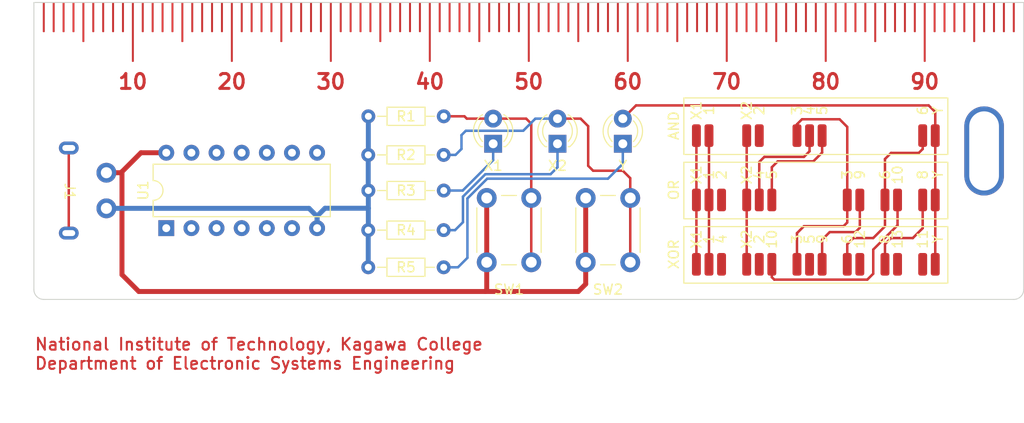
<source format=kicad_pcb>
(kicad_pcb (version 20211014) (generator pcbnew)
  (layers (0 "F.Cu" signal) (31 "B.Cu" signal) (34 "B.Paste" user) (35 "F.Paste" user) (36 "B.SilkS" user "B.Silkscreen") (37 "F.SilkS" user "F.Silkscreen") (38 "B.Mask" user) (39 "F.Mask" user) (44 "Edge.Cuts" user))
  (net 0 "")
  (net 1 "/X1")
  (net 2 "GND")
  (net 3 "/74HC00-1")
  (net 4 "Net-(D1-Pad1)")
  (net 5 "Net-(D2-Pad1)")
  (net 6 "Net-(D3-Pad1)")
  (net 7 "/74HC00-4")
  (net 8 "/X2")
  (net 9 "/74HC00-2")
  (net 10 "/74HC00-10")
  (net 11 "+5V")
  (net 12 "unconnected-(J1-PadS1)")
  (net 13 "/74HC00-3")
  (net 14 "/74HC00-5")
  (net 15 "/74HC00-9")
  (net 16 "/74HC00-6")
  (net 17 "/74HC00-12")
  (net 18 "/74HC00-8")
  (net 19 "/74HC00-13")
  (net 20 "/74HC00-11")
  (net 21 "/Y")
  (footprint "simpleLogicCircuit:USB-C-A295-CTRPB-1" (layer "F.Cu") (at 31.925 56 -90)
    (fp_text reference "J1" (at 0.1 -3.7 -90 unlocked) (layer "F.SilkS"))
    (fp_text value "USB_C_Receptacle_PowerOnly_6P")
    (pad "A9" thru_hole circle (at -1.8 -7.4 270) (size 2 2) (drill 1.12) (layers *.Cu *.Mask) (net 11 "+5V"))
    (pad "A12" thru_hole circle (at 1.8 -7.4 270) (size 2 2) (drill 1.12) (layers *.Cu *.Mask) (net 2 "GND"))
    (pad "S1" thru_hole oval (at -4.3 -3.6 270) (size 1.3 2) (drill oval 0.6 1.3) (layers *.Cu *.Mask) (net 12 "unconnected-(J1-PadS1)"))
    (pad "S1" thru_hole oval (at 4.3 -3.6 270) (size 1.3 2) (drill oval 0.6 1.3) (layers *.Cu *.Mask) (net 12 "unconnected-(J1-PadS1)"))
  )
  (footprint "LED_THT:LED_D3.0mm" (layer "F.Cu") (at 91.5 51.275 90)
    (fp_text reference "Y" (at -2.225 0) (layer "F.SilkS"))
    (fp_text value "LED")
    (fp_line (start -0.29 -1.236) (end -0.29 -1.08) (layer "F.SilkS") (width 0.12))
    (fp_line (start -0.29 1.08) (end -0.29 1.236) (layer "F.SilkS") (width 0.12))
    (fp_arc (start 0.229039 -1.08) (mid 1.270117 -1.5) (end 2.31113 -1.079837) (layer "F.SilkS") (width 0.12))
    (fp_arc (start -0.29 -1.235516) (mid 1.366487 -1.987659) (end 2.942335 -1.078608) (layer "F.SilkS") (width 0.12))
    (fp_arc (start 2.31113 1.079837) (mid 1.270117 1.5) (end 0.229039 1.08) (layer "F.SilkS") (width 0.12))
    (fp_arc (start 2.942335 1.078608) (mid 1.366487 1.987659) (end -0.29 1.235516) (layer "F.SilkS") (width 0.12))
    (pad "1" thru_hole rect (at 0 0 90) (size 1.8 1.8) (drill 0.9) (layers *.Cu *.Mask) (net 6 "Net-(D3-Pad1)"))
    (pad "2" thru_hole circle (at 2.54 0 90) (size 1.8 1.8) (drill 0.9) (layers *.Cu *.Mask) (net 21 "/Y"))
  )
  (footprint "simpleLogicCircuit:pads_of_or" (layer "F.Cu") (at 98.935 56.9525)
    (fp_text reference "OR" (at -2.286 -1.016 90 unlocked) (layer "F.SilkS"))
    (fp_text value "Pads_OR")
    (fp_text user "Y" (at 24.384 -2.54 90 unlocked) (layer "F.SilkS"))
    (fp_text user "9" (at 16.51 -2.54 90 unlocked) (layer "F.SilkS"))
    (fp_text user "6" (at 19.05 -2.54 90 unlocked) (layer "F.SilkS"))
    (fp_text user "8" (at 22.86 -2.54 90 unlocked) (layer "F.SilkS"))
    (fp_text user "4" (at 6.35 -2.54 90 unlocked) (layer "F.SilkS"))
    (fp_text user "3" (at 15.24 -2.54 90 unlocked) (layer "F.SilkS"))
    (fp_text user "X1" (at 0 -2.54 90 unlocked) (layer "F.SilkS"))
    (fp_text user "1" (at 1.27 -2.54 90 unlocked) (layer "F.SilkS"))
    (fp_text user "2" (at 2.54 -2.54 90 unlocked) (layer "F.SilkS"))
    (fp_text user "5" (at 7.62 -2.54 90 unlocked) (layer "F.SilkS"))
    (fp_text user "10" (at 20.32 -2.54 90 unlocked) (layer "F.SilkS"))
    (fp_text user "X2" (at 5.08 -2.54 90 unlocked) (layer "F.SilkS"))
    (fp_rect (start -1.27 -3.81) (end 25.4 1.905) (layer "F.SilkS") (width 0.12) (fill none))
    (pad "1" smd roundrect (at 0 0) (size 0.9 2.286) (layers "F.Cu" "F.Paste" "F.Mask") (net 1 "/X1"))
    (pad "2" smd roundrect (at 1.27 0) (size 0.9 2.286) (layers "F.Cu" "F.Paste" "F.Mask") (net 3 "/74HC00-1"))
    (pad "3" smd roundrect (at 2.54 0) (size 0.9 2.286) (layers "F.Cu" "F.Paste" "F.Mask") (net 9 "/74HC00-2"))
    (pad "4" smd roundrect (at 5.08 0) (size 0.9 2.286) (layers "F.Cu" "F.Paste" "F.Mask") (net 8 "/X2"))
    (pad "5" smd roundrect (at 6.35 0) (size 0.9 2.286) (layers "F.Cu" "F.Paste" "F.Mask") (net 7 "/74HC00-4"))
    (pad "6" smd roundrect (at 7.62 0) (size 0.9 2.286) (layers "F.Cu" "F.Paste" "F.Mask") (net 14 "/74HC00-5"))
    (pad "7" smd roundrect (at 15.24 0) (size 0.9 2.286) (layers "F.Cu" "F.Paste" "F.Mask") (net 13 "/74HC00-3"))
    (pad "8" smd roundrect (at 16.51 0) (size 0.9 2.286) (layers "F.Cu" "F.Paste" "F.Mask") (net 15 "/74HC00-9"))
    (pad "9" smd roundrect (at 19.05 0) (size 0.9 2.286) (layers "F.Cu" "F.Paste" "F.Mask") (net 16 "/74HC00-6"))
    (pad "10" smd roundrect (at 20.32 0) (size 0.9 2.286) (layers "F.Cu" "F.Paste" "F.Mask") (net 10 "/74HC00-10"))
    (pad "11" smd roundrect (at 22.86 0) (size 0.9 2.286) (layers "F.Cu" "F.Paste" "F.Mask") (net 18 "/74HC00-8"))
    (pad "12" smd roundrect (at 24.13 0) (size 0.9 2.286) (layers "F.Cu" "F.Paste" "F.Mask") (net 21 "/Y"))
  )
  (footprint "simpleLogicCircuit:pads_of_xor" (layer "F.Cu") (at 98.935 63.4525)
    (fp_text reference "XOR" (at -2.286 -1.016 90 unlocked) (layer "F.SilkS"))
    (fp_text value "Pads_XOR")
    (fp_text user "2" (at 6.35 -2.54 90 unlocked) (layer "F.SilkS"))
    (fp_text user "12" (at 16.51 -2.54 90 unlocked) (layer "F.SilkS"))
    (fp_text user "9" (at 12.7 -2.54 90 unlocked) (layer "F.SilkS"))
    (fp_text user "5" (at 11.43 -2.54 90 unlocked) (layer "F.SilkS"))
    (fp_text user "1" (at 1.27 -2.54 90 unlocked) (layer "F.SilkS"))
    (fp_text user "6" (at 15.24 -2.54 90 unlocked) (layer "F.SilkS"))
    (fp_text user "11" (at 22.86 -2.54 90 unlocked) (layer "F.SilkS"))
    (fp_text user "8" (at 19.05 -2.54 90 unlocked) (layer "F.SilkS"))
    (fp_text user "10" (at 7.62 -2.54 90 unlocked) (layer "F.SilkS"))
    (fp_text user "3" (at 10.16 -2.54 90 unlocked) (layer "F.SilkS"))
    (fp_text user "Y" (at 24.384 -2.54 90 unlocked) (layer "F.SilkS"))
    (fp_text user "X1" (at 0 -2.54 90 unlocked) (layer "F.SilkS"))
    (fp_text user "13" (at 20.32 -2.54 90 unlocked) (layer "F.SilkS"))
    (fp_text user "X2" (at 5.08 -2.54 90 unlocked) (layer "F.SilkS"))
    (fp_text user "4" (at 2.54 -2.54 90 unlocked) (layer "F.SilkS"))
    (fp_rect (start -1.27 -3.81) (end 25.4 1.905) (layer "F.SilkS") (width 0.12) (fill none))
    (pad "1" smd roundrect (at 0 0) (size 0.9 2.286) (layers "F.Cu" "F.Paste" "F.Mask") (net 1 "/X1"))
    (pad "2" smd roundrect (at 1.27 0) (size 0.9 2.286) (layers "F.Cu" "F.Paste" "F.Mask") (net 3 "/74HC00-1"))
    (pad "3" smd roundrect (at 2.54 0) (size 0.9 2.286) (layers "F.Cu" "F.Paste" "F.Mask") (net 7 "/74HC00-4"))
    (pad "4" smd roundrect (at 5.08 0) (size 0.9 2.286) (layers "F.Cu" "F.Paste" "F.Mask") (net 8 "/X2"))
    (pad "5" smd roundrect (at 6.35 0) (size 0.9 2.286) (layers "F.Cu" "F.Paste" "F.Mask") (net 9 "/74HC00-2"))
    (pad "6" smd roundrect (at 7.62 0) (size 0.9 2.286) (layers "F.Cu" "F.Paste" "F.Mask") (net 10 "/74HC00-10"))
    (pad "7" smd roundrect (at 10.16 0) (size 0.9 2.286) (layers "F.Cu" "F.Paste" "F.Mask") (net 13 "/74HC00-3"))
    (pad "8" smd roundrect (at 11.43 0) (size 0.9 2.286) (layers "F.Cu" "F.Paste" "F.Mask") (net 14 "/74HC00-5"))
    (pad "9" smd roundrect (at 12.7 0) (size 0.9 2.286) (layers "F.Cu" "F.Paste" "F.Mask") (net 15 "/74HC00-9"))
    (pad "10" smd roundrect (at 15.24 0) (size 0.9 2.286) (layers "F.Cu" "F.Paste" "F.Mask") (net 16 "/74HC00-6"))
    (pad "11" smd roundrect (at 16.51 0) (size 0.9 2.286) (layers "F.Cu" "F.Paste" "F.Mask") (net 17 "/74HC00-12"))
    (pad "12" smd roundrect (at 19.05 0) (size 0.9 2.286) (layers "F.Cu" "F.Paste" "F.Mask") (net 18 "/74HC00-8"))
    (pad "13" smd roundrect (at 20.32 0) (size 0.9 2.286) (layers "F.Cu" "F.Paste" "F.Mask") (net 19 "/74HC00-13"))
    (pad "14" smd roundrect (at 22.86 0) (size 0.9 2.286) (layers "F.Cu" "F.Paste" "F.Mask") (net 20 "/74HC00-11"))
    (pad "15" smd roundrect (at 24.13 0) (size 0.9 2.286) (layers "F.Cu" "F.Paste" "F.Mask") (net 21 "/Y"))
  )
  (footprint "Resistor_THT:R_Axial_DIN0204_L3.6mm_D1.6mm_P7.62mm_Horizontal" (layer "F.Cu") (at 73.41 56 180)
    (fp_text reference "R3" (at 3.81 0) (layer "F.SilkS"))
    (fp_text value "R")
    (fp_line (start 5.73 -0.92) (end 1.89 -0.92) (layer "F.SilkS") (width 0.12))
    (fp_line (start 0.94 0) (end 1.89 0) (layer "F.SilkS") (width 0.12))
    (fp_line (start 1.89 -0.92) (end 1.89 0.92) (layer "F.SilkS") (width 0.12))
    (fp_line (start 1.89 0.92) (end 5.73 0.92) (layer "F.SilkS") (width 0.12))
    (fp_line (start 5.73 0.92) (end 5.73 -0.92) (layer "F.SilkS") (width 0.12))
    (fp_line (start 6.68 0) (end 5.73 0) (layer "F.SilkS") (width 0.12))
    (pad "1" thru_hole circle (at 0 0 180) (size 1.4 1.4) (drill 0.7) (layers *.Cu *.Mask) (net 4 "Net-(D1-Pad1)"))
    (pad "2" thru_hole oval (at 7.62 0 180) (size 1.4 1.4) (drill 0.7) (layers *.Cu *.Mask) (net 2 "GND"))
  )
  (footprint "simpleLogicCircuit:ruler_10cm" (layer "F.Cu") (at 32 37)
    (fp_text reference "REF**" hide)
    (fp_text value "ruler_10cm")
    (fp_text user "20" (at 20 8 unlocked) (layer "F.Cu") (effects (font (size 1.5 1.5) (thickness 0.3))))
    (fp_text user "60" (at 60 8 unlocked) (layer "F.Cu") (effects (font (size 1.5 1.5) (thickness 0.3))))
    (fp_text user "50" (at 50 8 unlocked) (layer "F.Cu") (effects (font (size 1.5 1.5) (thickness 0.3))))
    (fp_text user "80" (at 80 8 unlocked) (layer "F.Cu") (effects (font (size 1.5 1.5) (thickness 0.3))))
    (fp_text user "90" (at 90 8 unlocked) (layer "F.Cu") (effects (font (size 1.5 1.5) (thickness 0.3))))
    (fp_text user "30" (at 30 8 unlocked) (layer "F.Cu") (effects (font (size 1.5 1.5) (thickness 0.3))))
    (fp_text user "10" (at 10 8 unlocked) (layer "F.Cu") (effects (font (size 1.5 1.5) (thickness 0.3))))
    (fp_text user "70" (at 70 8 unlocked) (layer "F.Cu") (effects (font (size 1.5 1.5) (thickness 0.3))))
    (fp_text user "40" (at 40 8 unlocked) (layer "F.Cu") (effects (font (size 1.5 1.5) (thickness 0.3))))
    (pad "4" smd roundrect (at 10 3) (size 0.2 6) (layers "F.Cu" "F.Paste" "F.Mask"))
    (pad "5" smd roundrect (at 20 3) (size 0.2 6) (layers "F.Cu" "F.Paste" "F.Mask"))
    (pad "6" smd roundrect (at 30 3) (size 0.2 6) (layers "F.Cu" "F.Paste" "F.Mask"))
    (pad "7" smd roundrect (at 40 3) (size 0.2 6) (layers "F.Cu" "F.Paste" "F.Mask"))
    (pad "8" smd roundrect (at 50 3) (size 0.2 6) (layers "F.Cu" "F.Paste" "F.Mask"))
    (pad "9" smd roundrect (at 60 3) (size 0.2 6) (layers "F.Cu" "F.Paste" "F.Mask"))
    (pad "10" smd roundrect (at 70 3) (size 0.2 6) (layers "F.Cu" "F.Paste" "F.Mask"))
    (pad "11" smd roundrect (at 80 3) (size 0.2 6) (layers "F.Cu" "F.Paste" "F.Mask"))
    (pad "12" smd roundrect (at 90 3) (size 0.2 6) (layers "F.Cu" "F.Paste" "F.Mask"))
    (pad "13" smd roundrect (at 5 2) (size 0.2 4) (layers "F.Cu" "F.Paste" "F.Mask"))
    (pad "14" smd roundrect (at 15 2) (size 0.2 4) (layers "F.Cu" "F.Paste" "F.Mask"))
    (pad "15" smd roundrect (at 25 2) (size 0.2 4) (layers "F.Cu" "F.Paste" "F.Mask"))
    (pad "16" smd roundrect (at 35 2) (size 0.2 4) (layers "F.Cu" "F.Paste" "F.Mask"))
    (pad "17" smd roundrect (at 45 2) (size 0.2 4) (layers "F.Cu" "F.Paste" "F.Mask"))
    (pad "18" smd roundrect (at 55 2) (size 0.2 4) (layers "F.Cu" "F.Paste" "F.Mask"))
    (pad "19" smd roundrect (at 65 2) (size 0.2 4) (layers "F.Cu" "F.Paste" "F.Mask"))
    (pad "20" smd roundrect (at 75 2) (size 0.2 4) (layers "F.Cu" "F.Paste" "F.Mask"))
    (pad "21" smd roundrect (at 85 2) (size 0.2 4) (layers "F.Cu" "F.Paste" "F.Mask"))
    (pad "22" smd roundrect (at 95 2) (size 0.2 4) (layers "F.Cu" "F.Paste" "F.Mask"))
    (pad "23" smd roundrect (at 4 1.5) (size 0.2 3) (layers "F.Cu" "F.Paste" "F.Mask"))
    (pad "24" smd roundrect (at 3 1.5) (size 0.2 3) (layers "F.Cu" "F.Paste" "F.Mask"))
    (pad "25" smd roundrect (at 2 1.5) (size 0.2 3) (layers "F.Cu" "F.Paste" "F.Mask"))
    (pad "26" smd roundrect (at 1 1.5) (size 0.2 3) (layers "F.Cu" "F.Paste" "F.Mask"))
    (pad "27" smd roundrect (at 6 1.5) (size 0.2 3) (layers "F.Cu" "F.Paste" "F.Mask"))
    (pad "28" smd roundrect (at 7 1.5) (size 0.2 3) (layers "F.Cu" "F.Paste" "F.Mask"))
    (pad "29" smd roundrect (at 8 1.5) (size 0.2 3) (layers "F.Cu" "F.Paste" "F.Mask"))
    (pad "30" smd roundrect (at 9 1.5) (size 0.2 3) (layers "F.Cu" "F.Paste" "F.Mask"))
    (pad "31" smd roundrect (at 11 1.5) (size 0.2 3) (layers "F.Cu" "F.Paste" "F.Mask"))
    (pad "32" smd roundrect (at 12 1.5) (size 0.2 3) (layers "F.Cu" "F.Paste" "F.Mask"))
    (pad "33" smd roundrect (at 13 1.5) (size 0.2 3) (layers "F.Cu" "F.Paste" "F.Mask"))
    (pad "34" smd roundrect (at 14 1.5) (size 0.2 3) (layers "F.Cu" "F.Paste" "F.Mask"))
    (pad "35" smd roundrect (at 16 1.5) (size 0.2 3) (layers "F.Cu" "F.Paste" "F.Mask"))
    (pad "36" smd roundrect (at 17 1.5) (size 0.2 3) (layers "F.Cu" "F.Paste" "F.Mask"))
    (pad "37" smd roundrect (at 18 1.5) (size 0.2 3) (layers "F.Cu" "F.Paste" "F.Mask"))
    (pad "38" smd roundrect (at 19 1.5) (size 0.2 3) (layers "F.Cu" "F.Paste" "F.Mask"))
    (pad "39" smd roundrect (at 21 1.5) (size 0.2 3) (layers "F.Cu" "F.Paste" "F.Mask"))
    (pad "40" smd roundrect (at 22 1.5) (size 0.2 3) (layers "F.Cu" "F.Paste" "F.Mask"))
    (pad "41" smd roundrect (at 23 1.5) (size 0.2 3) (layers "F.Cu" "F.Paste" "F.Mask"))
    (pad "42" smd roundrect (at 24 1.5) (size 0.2 3) (layers "F.Cu" "F.Paste" "F.Mask"))
    (pad "43" smd roundrect (at 26 1.5) (size 0.2 3) (layers "F.Cu" "F.Paste" "F.Mask"))
    (pad "44" smd roundrect (at 27 1.5) (size 0.2 3) (layers "F.Cu" "F.Paste" "F.Mask"))
    (pad "45" smd roundrect (at 28 1.5) (size 0.2 3) (layers "F.Cu" "F.Paste" "F.Mask"))
    (pad "46" smd roundrect (at 29 1.5) (size 0.2 3) (layers "F.Cu" "F.Paste" "F.Mask"))
    (pad "47" smd roundrect (at 31 1.5) (size 0.2 3) (layers "F.Cu" "F.Paste" "F.Mask"))
    (pad "48" smd roundrect (at 32 1.5) (size 0.2 3) (layers "F.Cu" "F.Paste" "F.Mask"))
    (pad "49" smd roundrect (at 33 1.5) (size 0.2 3) (layers "F.Cu" "F.Paste" "F.Mask"))
    (pad "50" smd roundrect (at 34 1.5) (size 0.2 3) (layers "F.Cu" "F.Paste" "F.Mask"))
    (pad "51" smd roundrect (at 36 1.5) (size 0.2 3) (layers "F.Cu" "F.Paste" "F.Mask"))
    (pad "52" smd roundrect (at 37 1.5) (size 0.2 3) (layers "F.Cu" "F.Paste" "F.Mask"))
    (pad "53" smd roundrect (at 38 1.5) (size 0.2 3) (layers "F.Cu" "F.Paste" "F.Mask"))
    (pad "54" smd roundrect (at 39 1.5) (size 0.2 3) (layers "F.Cu" "F.Paste" "F.Mask"))
    (pad "55" smd roundrect (at 41 1.5) (size 0.2 3) (layers "F.Cu" "F.Paste" "F.Mask"))
    (pad "56" smd roundrect (at 42 1.5) (size 0.2 3) (layers "F.Cu" "F.Paste" "F.Mask"))
    (pad "57" smd roundrect (at 43 1.5) (size 0.2 3) (layers "F.Cu" "F.Paste" "F.Mask"))
    (pad "58" smd roundrect (at 44 1.5) (size 0.2 3) (layers "F.Cu" "F.Paste" "F.Mask"))
    (pad "59" smd roundrect (at 46 1.5) (size 0.2 3) (layers "F.Cu" "F.Paste" "F.Mask"))
    (pad "60" smd roundrect (at 47 1.5) (size 0.2 3) (layers "F.Cu" "F.Paste" "F.Mask"))
    (pad "61" smd roundrect (at 48 1.5) (size 0.2 3) (layers "F.Cu" "F.Paste" "F.Mask"))
    (pad "62" smd roundrect (at 49 1.5) (size 0.2 3) (layers "F.Cu" "F.Paste" "F.Mask"))
    (pad "63" smd roundrect (at 51 1.5) (size 0.2 3) (layers "F.Cu" "F.Paste" "F.Mask"))
    (pad "64" smd roundrect (at 52 1.5) (size 0.2 3) (layers "F.Cu" "F.Paste" "F.Mask"))
    (pad "65" smd roundrect (at 53 1.5) (size 0.2 3) (layers "F.Cu" "F.Paste" "F.Mask"))
    (pad "66" smd roundrect (at 54 1.5) (size 0.2 3) (layers "F.Cu" "F.Paste" "F.Mask"))
    (pad "67" smd roundrect (at 56 1.5) (size 0.2 3) (layers "F.Cu" "F.Paste" "F.Mask"))
    (pad "68" smd roundrect (at 57 1.5) (size 0.2 3) (layers "F.Cu" "F.Paste" "F.Mask"))
    (pad "69" smd roundrect (at 58 1.5) (size 0.2 3) (layers "F.Cu" "F.Paste" "F.Mask"))
    (pad "70" smd roundrect (at 59 1.5) (size 0.2 3) (layers "F.Cu" "F.Paste" "F.Mask"))
    (pad "71" smd roundrect (at 61 1.5) (size 0.2 3) (layers "F.Cu" "F.Paste" "F.Mask"))
    (pad "73" smd roundrect (at 62 1.5) (size 0.2 3) (layers "F.Cu" "F.Paste" "F.Mask"))
    (pad "74" smd roundrect (at 63 1.5) (size 0.2 3) (layers "F.Cu" "F.Paste" "F.Mask"))
    (pad "75" smd roundrect (at 64 1.5) (size 0.2 3) (layers "F.Cu" "F.Paste" "F.Mask"))
    (pad "76" smd roundrect (at 66 1.5) (size 0.2 3) (layers "F.Cu" "F.Paste" "F.Mask"))
    (pad "77" smd roundrect (at 67 1.5) (size 0.2 3) (layers "F.Cu" "F.Paste" "F.Mask"))
    (pad "78" smd roundrect (at 68 1.5) (size 0.2 3) (layers "F.Cu" "F.Paste" "F.Mask"))
    (pad "79" smd roundrect (at 69 1.5) (size 0.2 3) (layers "F.Cu" "F.Paste" "F.Mask"))
    (pad "80" smd roundrect (at 71 1.5) (size 0.2 3) (layers "F.Cu" "F.Paste" "F.Mask"))
    (pad "81" smd roundrect (at 72 1.5) (size 0.2 3) (layers "F.Cu" "F.Paste" "F.Mask"))
    (pad "82" smd roundrect (at 73 1.5) (size 0.2 3) (layers "F.Cu" "F.Paste" "F.Mask"))
    (pad "83" smd roundrect (at 74 1.5) (size 0.2 3) (layers "F.Cu" "F.Paste" "F.Mask"))
    (pad "84" smd roundrect (at 76 1.5) (size 0.2 3) (layers "F.Cu" "F.Paste" "F.Mask"))
    (pad "85" smd roundrect (at 77 1.5) (size 0.2 3) (layers "F.Cu" "F.Paste" "F.Mask"))
    (pad "86" smd roundrect (at 78 1.5) (size 0.2 3) (layers "F.Cu" "F.Paste" "F.Mask"))
    (pad "87" smd roundrect (at 79 1.5) (size 0.2 3) (layers "F.Cu" "F.Paste" "F.Mask"))
    (pad "88" smd roundrect (at 81 1.5) (size 0.2 3) (layers "F.Cu" "F.Paste" "F.Mask"))
    (pad "89" smd roundrect (at 82 1.5) (size 0.2 3) (layers "F.Cu" "F.Paste" "F.Mask"))
    (pad "90" smd roundrect (at 83 1.5) (size 0.2 3) (layers "F.Cu" "F.Paste" "F.Mask"))
    (pad "91" smd roundrect (at 84 1.5) (size 0.2 3) (layers "F.Cu" "F.Paste" "F.Mask"))
    (pad "92" smd roundrect (at 86 1.5) (size 0.2 3) (layers "F.Cu" "F.Paste" "F.Mask"))
    (pad "93" smd roundrect (at 87 1.5) (size 0.2 3) (layers "F.Cu" "F.Paste" "F.Mask"))
    (pad "94" smd roundrect (at 88 1.5) (size 0.2 3) (layers "F.Cu" "F.Paste" "F.Mask"))
    (pad "95" smd roundrect (at 89 1.5) (size 0.2 3) (layers "F.Cu" "F.Paste" "F.Mask"))
    (pad "96" smd roundrect (at 91 1.5) (size 0.2 3) (layers "F.Cu" "F.Paste" "F.Mask"))
    (pad "97" smd roundrect (at 92 1.5) (size 0.2 3) (layers "F.Cu" "F.Paste" "F.Mask"))
    (pad "98" smd roundrect (at 93 1.5) (size 0.2 3) (layers "F.Cu" "F.Paste" "F.Mask"))
    (pad "99" smd roundrect (at 94 1.5) (size 0.2 3) (layers "F.Cu" "F.Paste" "F.Mask"))
    (pad "100" smd roundrect (at 96 1.5) (size 0.2 3) (layers "F.Cu" "F.Paste" "F.Mask"))
    (pad "101" smd roundrect (at 97 1.5) (size 0.2 3) (layers "F.Cu" "F.Paste" "F.Mask"))
    (pad "102" smd roundrect (at 98 1.5) (size 0.2 3) (layers "F.Cu" "F.Paste" "F.Mask"))
    (pad "103" smd roundrect (at 99 1.5) (size 0.2 3) (layers "F.Cu" "F.Paste" "F.Mask"))
  )
  (footprint "Resistor_THT:R_Axial_DIN0204_L3.6mm_D1.6mm_P7.62mm_Horizontal" (layer "F.Cu") (at 73.4 52.4 180)
    (fp_text reference "R2" (at 3.81 0) (layer "F.SilkS"))
    (fp_text value "10k")
    (fp_line (start 5.73 -0.92) (end 1.89 -0.92) (layer "F.SilkS") (width 0.12))
    (fp_line (start 6.68 0) (end 5.73 0) (layer "F.SilkS") (width 0.12))
    (fp_line (start 1.89 0.92) (end 5.73 0.92) (layer "F.SilkS") (width 0.12))
    (fp_line (start 5.73 0.92) (end 5.73 -0.92) (layer "F.SilkS") (width 0.12))
    (fp_line (start 0.94 0) (end 1.89 0) (layer "F.SilkS") (width 0.12))
    (fp_line (start 1.89 -0.92) (end 1.89 0.92) (layer "F.SilkS") (width 0.12))
    (pad "1" thru_hole circle (at 0 0 180) (size 1.4 1.4) (drill 0.7) (layers *.Cu *.Mask) (net 8 "/X2"))
    (pad "2" thru_hole oval (at 7.62 0 180) (size 1.4 1.4) (drill 0.7) (layers *.Cu *.Mask) (net 2 "GND"))
  )
  (footprint "Package_DIP:DIP-14_W7.62mm" (layer "F.Cu") (at 45.375 59.8 90)
    (fp_text reference "U1" (at 3.81 -2.33 90) (layer "F.SilkS"))
    (fp_text value "74HC00")
    (fp_line (start 6.46 16.57) (end 6.46 -1.33) (layer "F.SilkS") (width 0.12))
    (fp_line (start 1.16 16.57) (end 6.46 16.57) (layer "F.SilkS") (width 0.12))
    (fp_line (start 1.16 -1.33) (end 1.16 16.57) (layer "F.SilkS") (width 0.12))
    (fp_line (start 2.81 -1.33) (end 1.16 -1.33) (layer "F.SilkS") (width 0.12))
    (fp_line (start 6.46 -1.33) (end 4.81 -1.33) (layer "F.SilkS") (width 0.12))
    (fp_arc (start 4.81 -1.33) (mid 3.81 -0.33) (end 2.81 -1.33) (layer "F.SilkS") (width 0.12))
    (pad "1" thru_hole rect (at 0 0 90) (size 1.6 1.6) (drill 0.8) (layers *.Cu *.Mask) (net 3 "/74HC00-1"))
    (pad "2" thru_hole oval (at 0 2.54 90) (size 1.6 1.6) (drill 0.8) (layers *.Cu *.Mask) (net 9 "/74HC00-2"))
    (pad "3" thru_hole oval (at 0 5.08 90) (size 1.6 1.6) (drill 0.8) (layers *.Cu *.Mask) (net 13 "/74HC00-3"))
    (pad "4" thru_hole oval (at 0 7.62 90) (size 1.6 1.6) (drill 0.8) (layers *.Cu *.Mask) (net 7 "/74HC00-4"))
    (pad "5" thru_hole oval (at 0 10.16 90) (size 1.6 1.6) (drill 0.8) (layers *.Cu *.Mask) (net 14 "/74HC00-5"))
    (pad "6" thru_hole oval (at 0 12.7 90) (size 1.6 1.6) (drill 0.8) (layers *.Cu *.Mask) (net 16 "/74HC00-6"))
    (pad "7" thru_hole oval (at 0 15.24 90) (size 1.6 1.6) (drill 0.8) (layers *.Cu *.Mask) (net 2 "GND"))
    (pad "8" thru_hole oval (at 7.62 15.24 90) (size 1.6 1.6) (drill 0.8) (layers *.Cu *.Mask) (net 18 "/74HC00-8"))
    (pad "9" thru_hole oval (at 7.62 12.7 90) (size 1.6 1.6) (drill 0.8) (layers *.Cu *.Mask) (net 15 "/74HC00-9"))
    (pad "10" thru_hole oval (at 7.62 10.16 90) (size 1.6 1.6) (drill 0.8) (layers *.Cu *.Mask) (net 10 "/74HC00-10"))
    (pad "11" thru_hole oval (at 7.62 7.62 90) (size 1.6 1.6) (drill 0.8) (layers *.Cu *.Mask) (net 20 "/74HC00-11"))
    (pad "12" thru_hole oval (at 7.62 5.08 90) (size 1.6 1.6) (drill 0.8) (layers *.Cu *.Mask) (net 17 "/74HC00-12"))
    (pad "13" thru_hole oval (at 7.62 2.54 90) (size 1.6 1.6) (drill 0.8) (layers *.Cu *.Mask) (net 19 "/74HC00-13"))
    (pad "14" thru_hole oval (at 7.62 0 90) (size 1.6 1.6) (drill 0.8) (layers *.Cu *.Mask) (net 11 "+5V"))
  )
  (footprint "Button_Switch_THT:SW_PUSH_6mm" (layer "F.Cu") (at 77.75 63.25 90)
    (fp_text reference "SW1" (at -2.75 2.25 180) (layer "F.SilkS"))
    (fp_text value "SW_Push")
    (fp_line (start 1 5.5) (end 5.5 5.5) (layer "F.SilkS") (width 0.12))
    (fp_line (start 5.5 -1) (end 1 -1) (layer "F.SilkS") (width 0.12))
    (fp_line (start 6.75 3) (end 6.75 1.5) (layer "F.SilkS") (width 0.12))
    (fp_line (start -0.25 1.5) (end -0.25 3) (layer "F.SilkS") (width 0.12))
    (pad "1" thru_hole circle (at 0 0 180) (size 2 2) (drill 1.1) (layers *.Cu *.Mask) (net 11 "+5V"))
    (pad "1" thru_hole circle (at 6.5 0 180) (size 2 2) (drill 1.1) (layers *.Cu *.Mask) (net 11 "+5V"))
    (pad "2" thru_hole circle (at 6.5 4.5 180) (size 2 2) (drill 1.1) (layers *.Cu *.Mask) (net 1 "/X1"))
    (pad "2" thru_hole circle (at 0 4.5 180) (size 2 2) (drill 1.1) (layers *.Cu *.Mask) (net 1 "/X1"))
  )
  (footprint "Resistor_THT:R_Axial_DIN0204_L3.6mm_D1.6mm_P7.62mm_Horizontal" (layer "F.Cu") (at 73.41 48.5 180)
    (fp_text reference "R1" (at 3.81 0) (layer "F.SilkS"))
    (fp_text value "10k")
    (fp_line (start 6.68 0) (end 5.73 0) (layer "F.SilkS") (width 0.12))
    (fp_line (start 5.73 -0.92) (end 1.89 -0.92) (layer "F.SilkS") (width 0.12))
    (fp_line (start 1.89 -0.92) (end 1.89 0.92) (layer "F.SilkS") (width 0.12))
    (fp_line (start 1.89 0.92) (end 5.73 0.92) (layer "F.SilkS") (width 0.12))
    (fp_line (start 0.94 0) (end 1.89 0) (layer "F.SilkS") (width 0.12))
    (fp_line (start 5.73 0.92) (end 5.73 -0.92) (layer "F.SilkS") (width 0.12))
    (pad "1" thru_hole circle (at 0 0 180) (size 1.4 1.4) (drill 0.7) (layers *.Cu *.Mask) (net 1 "/X1"))
    (pad "2" thru_hole oval (at 7.62 0 180) (size 1.4 1.4) (drill 0.7) (layers *.Cu *.Mask) (net 2 "GND"))
  )
  (footprint "LED_THT:LED_D3.0mm" (layer "F.Cu") (at 78.4 51.275 90)
    (fp_text reference "X1" (at -2.225 0) (layer "F.SilkS"))
    (fp_text value "LED")
    (fp_line (start -0.29 1.08) (end -0.29 1.236) (layer "F.SilkS") (width 0.12))
    (fp_line (start -0.29 -1.236) (end -0.29 -1.08) (layer "F.SilkS") (width 0.12))
    (fp_arc (start 2.31113 1.079837) (mid 1.270117 1.5) (end 0.229039 1.08) (layer "F.SilkS") (width 0.12))
    (fp_arc (start 2.942335 1.078608) (mid 1.366487 1.987659) (end -0.29 1.235516) (layer "F.SilkS") (width 0.12))
    (fp_arc (start -0.29 -1.235516) (mid 1.366487 -1.987659) (end 2.942335 -1.078608) (layer "F.SilkS") (width 0.12))
    (fp_arc (start 0.229039 -1.08) (mid 1.270117 -1.5) (end 2.31113 -1.079837) (layer "F.SilkS") (width 0.12))
    (pad "1" thru_hole rect (at 0 0 90) (size 1.8 1.8) (drill 0.9) (layers *.Cu *.Mask) (net 4 "Net-(D1-Pad1)"))
    (pad "2" thru_hole circle (at 2.54 0 90) (size 1.8 1.8) (drill 0.9) (layers *.Cu *.Mask) (net 1 "/X1"))
  )
  (footprint "simpleLogicCircuit:pads_of_and" (layer "F.Cu") (at 98.935 50.4525)
    (fp_text reference "AND" (at -2.286 -1.016 90 unlocked) (layer "F.SilkS"))
    (fp_text value "Pads_AND")
    (fp_text user "X2" (at 5.08 -2.54 90 unlocked) (layer "F.SilkS"))
    (fp_text user "2" (at 6.35 -2.54 90 unlocked) (layer "F.SilkS"))
    (fp_text user "Y" (at 24.384 -2.54 90 unlocked) (layer "F.SilkS"))
    (fp_text user "4" (at 11.43 -2.54 90 unlocked) (layer "F.SilkS"))
    (fp_text user "1" (at 1.27 -2.54 90 unlocked) (layer "F.SilkS"))
    (fp_text user "3" (at 10.16 -2.54 90 unlocked) (layer "F.SilkS"))
    (fp_text user "6" (at 22.86 -2.54 90 unlocked) (layer "F.SilkS"))
    (fp_text user "5" (at 12.7 -2.54 90 unlocked) (layer "F.SilkS"))
    (fp_text user "X1" (at 0 -2.54 90 unlocked) (layer "F.SilkS"))
    (fp_rect (start -1.27 -3.81) (end 25.4 1.905) (layer "F.SilkS") (width 0.12) (fill none))
    (pad "1" smd roundrect (at 0 0) (size 0.9 2.286) (layers "F.Cu" "F.Paste" "F.Mask") (net 1 "/X1"))
    (pad "2" smd roundrect (at 1.27 0) (size 0.9 2.286) (layers "F.Cu" "F.Paste" "F.Mask") (net 3 "/74HC00-1"))
    (pad "3" smd roundrect (at 5.08 0) (size 0.9 2.286) (layers "F.Cu" "F.Paste" "F.Mask") (net 8 "/X2"))
    (pad "4" smd roundrect (at 6.35 0) (size 0.9 2.286) (layers "F.Cu" "F.Paste" "F.Mask") (net 9 "/74HC00-2"))
    (pad "5" smd roundrect (at 10.16 0) (size 0.9 2.286) (layers "F.Cu" "F.Paste" "F.Mask") (net 13 "/74HC00-3"))
    (pad "6" smd roundrect (at 11.43 0) (size 0.9 2.286) (layers "F.Cu" "F.Paste" "F.Mask") (net 7 "/74HC00-4"))
    (pad "7" smd roundrect (at 12.7 0) (size 0.9 2.286) (layers "F.Cu" "F.Paste" "F.Mask") (net 14 "/74HC00-5"))
    (pad "8" smd roundrect (at 22.86 0) (size 0.9 2.286) (layers "F.Cu" "F.Paste" "F.Mask") (net 16 "/74HC00-6"))
    (pad "9" smd roundrect (at 24.13 0) (size 0.9 2.286) (layers "F.Cu" "F.Paste" "F.Mask") (net 21 "/Y"))
  )
  (footprint "Resistor_THT:R_Axial_DIN0204_L3.6mm_D1.6mm_P7.62mm_Horizontal" (layer "F.Cu") (at 73.4 63.754 180)
    (fp_text reference "R5" (at 3.81 0) (layer "F.SilkS"))
    (fp_text value "R")
    (fp_line (start 5.73 0.92) (end 5.73 -0.92) (layer "F.SilkS") (width 0.12))
    (fp_line (start 5.73 -0.92) (end 1.89 -0.92) (layer "F.SilkS") (width 0.12))
    (fp_line (start 1.89 0.92) (end 5.73 0.92) (layer "F.SilkS") (width 0.12))
    (fp_line (start 6.68 0) (end 5.73 0) (layer "F.SilkS") (width 0.12))
    (fp_line (start 0.94 0) (end 1.89 0) (layer "F.SilkS") (width 0.12))
    (fp_line (start 1.89 -0.92) (end 1.89 0.92) (layer "F.SilkS") (width 0.12))
    (pad "1" thru_hole circle (at 0 0 180) (size 1.4 1.4) (drill 0.7) (layers *.Cu *.Mask) (net 6 "Net-(D3-Pad1)"))
    (pad "2" thru_hole oval (at 7.62 0 180) (size 1.4 1.4) (drill 0.7) (layers *.Cu *.Mask) (net 2 "GND"))
  )
  (footprint "simpleLogicCircuit:keyringhole" (layer "F.Cu") (at 128 52)
    (fp_text reference "REF**" hide)
    (fp_text value "keyringhole" hide)
    (pad "2" thru_hole oval (at 0 0) (size 4 9) (drill oval 3 8) (layers *.Cu *.Mask))
  )
  (footprint "Resistor_THT:R_Axial_DIN0204_L3.6mm_D1.6mm_P7.62mm_Horizontal" (layer "F.Cu") (at 73.4 60 180)
    (fp_text reference "R4" (at 3.81 0) (layer "F.SilkS"))
    (fp_text value "R")
    (fp_line (start 6.68 0) (end 5.73 0) (layer "F.SilkS") (width 0.12))
    (fp_line (start 1.89 0.92) (end 5.73 0.92) (layer "F.SilkS") (width 0.12))
    (fp_line (start 5.73 -0.92) (end 1.89 -0.92) (layer "F.SilkS") (width 0.12))
    (fp_line (start 1.89 -0.92) (end 1.89 0.92) (layer "F.SilkS") (width 0.12))
    (fp_line (start 0.94 0) (end 1.89 0) (layer "F.SilkS") (width 0.12))
    (fp_line (start 5.73 0.92) (end 5.73 -0.92) (layer "F.SilkS") (width 0.12))
    (pad "1" thru_hole circle (at 0 0 180) (size 1.4 1.4) (drill 0.7) (layers *.Cu *.Mask) (net 5 "Net-(D2-Pad1)"))
    (pad "2" thru_hole oval (at 7.62 0 180) (size 1.4 1.4) (drill 0.7) (layers *.Cu *.Mask) (net 2 "GND"))
  )
  (footprint "LED_THT:LED_D3.0mm" (layer "F.Cu") (at 84.9 51.275 90)
    (fp_text reference "X2" (at -2.225 0) (layer "F.SilkS"))
    (fp_text value "LED")
    (fp_line (start -0.29 -1.236) (end -0.29 -1.08) (layer "F.SilkS") (width 0.12))
    (fp_line (start -0.29 1.08) (end -0.29 1.236) (layer "F.SilkS") (width 0.12))
    (fp_arc (start 2.31113 1.079837) (mid 1.270117 1.5) (end 0.229039 1.08) (layer "F.SilkS") (width 0.12))
    (fp_arc (start 0.229039 -1.08) (mid 1.270117 -1.5) (end 2.31113 -1.079837) (layer "F.SilkS") (width 0.12))
    (fp_arc (start -0.29 -1.235516) (mid 1.366487 -1.987659) (end 2.942335 -1.078608) (layer "F.SilkS") (width 0.12))
    (fp_arc (start 2.942335 1.078608) (mid 1.366487 1.987659) (end -0.29 1.235516) (layer "F.SilkS") (width 0.12))
    (pad "1" thru_hole rect (at 0 0 90) (size 1.8 1.8) (drill 0.9) (layers *.Cu *.Mask) (net 5 "Net-(D2-Pad1)"))
    (pad "2" thru_hole circle (at 2.54 0 90) (size 1.8 1.8) (drill 0.9) (layers *.Cu *.Mask) (net 8 "/X2"))
  )
  (footprint "Button_Switch_THT:SW_PUSH_6mm" (layer "F.Cu") (at 87.75 63.25 90)
    (fp_text reference "SW2" (at -2.75 2.25 180) (layer "F.SilkS"))
    (fp_text value "SW_Push")
    (fp_line (start 5.5 -1) (end 1 -1) (layer "F.SilkS") (width 0.12))
    (fp_line (start 6.75 3) (end 6.75 1.5) (layer "F.SilkS") (width 0.12))
    (fp_line (start -0.25 1.5) (end -0.25 3) (layer "F.SilkS") (width 0.12))
    (fp_line (start 1 5.5) (end 5.5 5.5) (layer "F.SilkS") (width 0.12))
    (pad "1" thru_hole circle (at 6.5 0 180) (size 2 2) (drill 1.1) (layers *.Cu *.Mask) (net 11 "+5V"))
    (pad "1" thru_hole circle (at 0 0 180) (size 2 2) (drill 1.1) (layers *.Cu *.Mask) (net 11 "+5V"))
    (pad "2" thru_hole circle (at 6.5 4.5 180) (size 2 2) (drill 1.1) (layers *.Cu *.Mask) (net 8 "/X2"))
    (pad "2" thru_hole circle (at 0 4.5 180) (size 2 2) (drill 1.1) (layers *.Cu *.Mask) (net 8 "/X2"))
  )
  (gr_arc (start 132 66) (mid 131.707107 66.707107) (end 131 67) (layer "Edge.Cuts") (width 0.1))
  (gr_line (start 32 66) (end 32 37) (layer "Edge.Cuts") (width 0.1))
  (gr_line (start 32 37) (end 132 37) (layer "Edge.Cuts") (width 0.1))
  (gr_arc (start 33 67) (mid 32.292893 66.707107) (end 32 66) (layer "Edge.Cuts") (width 0.1))
  (gr_line (start 132 37) (end 132 66) (layer "Edge.Cuts") (width 0.1))
  (gr_line (start 131 67) (end 33 67) (layer "Edge.Cuts") (width 0.1))
  (gr_text "National Institute of Technology, Kagawa College\nDepartment of Electronic Systems Engineering" (at 32 72.5) (layer "F.Cu") (effects (font (size 1.2 1.2) (thickness 0.2)) (justify left)))
  (segment (start 98.935 50.4525) (end 98.935 56.9525) (width 0.25) (layer "F.Cu") (net 1))
  (segment (start 75.5 48.5) (end 75.735 48.735) (width 0.25) (layer "F.Cu") (net 1))
  (segment (start 98.935 56.9525) (end 98.935 63.4525) (width 0.25) (layer "F.Cu") (net 1))
  (segment (start 81.735 48.735) (end 82.25 49.25) (width 0.25) (layer "F.Cu") (net 1))
  (segment (start 73.41 48.5) (end 75.5 48.5) (width 0.25) (layer "F.Cu") (net 1))
  (segment (start 82.25 56.75) (end 82.25 63.25) (width 0.25) (layer "F.Cu") (net 1))
  (segment (start 75.735 48.735) (end 78.4 48.735) (width 0.25) (layer "F.Cu") (net 1))
  (segment (start 78.4 48.735) (end 81.735 48.735) (width 0.25) (layer "F.Cu") (net 1))
  (segment (start 82.25 49.25) (end 82.25 56.75) (width 0.25) (layer "F.Cu") (net 1))
  (segment (start 65.78 52.4) (end 65.78 55.99) (width 0.5) (layer "B.Cu") (net 2))
  (segment (start 65.79 52.39) (end 65.78 52.4) (width 0.5) (layer "B.Cu") (net 2))
  (segment (start 60.615 58.585) (end 61.41 57.79) (width 0.5) (layer "B.Cu") (net 2))
  (segment (start 65.79 56) (end 65.79 57.79) (width 0.5) (layer "B.Cu") (net 2))
  (segment (start 60.615 59.8) (end 60.615 58.585) (width 0.5) (layer "B.Cu") (net 2))
  (segment (start 59.8 57.8) (end 60.615 58.615) (width 0.5) (layer "B.Cu") (net 2))
  (segment (start 65.79 59.99) (end 65.78 60) (width 0.5) (layer "B.Cu") (net 2))
  (segment (start 60.615 58.615) (end 60.615 59.8) (width 0.5) (layer "B.Cu") (net 2))
  (segment (start 39.325 57.8) (end 59.8 57.8) (width 0.5) (layer "B.Cu") (net 2))
  (segment (start 65.78 55.99) (end 65.79 56) (width 0.5) (layer "B.Cu") (net 2))
  (segment (start 65.78 60) (end 65.78 63.754) (width 0.5) (layer "B.Cu") (net 2))
  (segment (start 61.41 57.79) (end 65.79 57.79) (width 0.5) (layer "B.Cu") (net 2))
  (segment (start 65.79 57.79) (end 65.79 59.99) (width 0.5) (layer "B.Cu") (net 2))
  (segment (start 65.79 48.5) (end 65.79 52.39) (width 0.5) (layer "B.Cu") (net 2))
  (segment (start 100.205 50.4525) (end 100.205 56.9525) (width 0.25) (layer "F.Cu") (net 3))
  (segment (start 100.205 56.9525) (end 100.205 63.4525) (width 0.25) (layer "F.Cu") (net 3))
  (segment (start 78.4 52.927208) (end 78.4 51.275) (width 0.25) (layer "B.Cu") (net 4))
  (segment (start 73.41 56) (end 75.327208 56) (width 0.25) (layer "B.Cu") (net 4))
  (segment (start 75.327208 56) (end 78.4 52.927208) (width 0.25) (layer "B.Cu") (net 4))
  (segment (start 84.9 53.65) (end 84.9 51.275) (width 0.25) (layer "B.Cu") (net 5))
  (segment (start 77.613604 54.35) (end 84.2 54.35) (width 0.25) (layer "B.Cu") (net 5))
  (segment (start 75.35 56.613604) (end 77.613604 54.35) (width 0.25) (layer "B.Cu") (net 5))
  (segment (start 84.2 54.35) (end 84.9 53.65) (width 0.25) (layer "B.Cu") (net 5))
  (segment (start 74.55 60) (end 75.35 59.2) (width 0.25) (layer "B.Cu") (net 5))
  (segment (start 73.4 60) (end 74.55 60) (width 0.25) (layer "B.Cu") (net 5))
  (segment (start 75.35 59.2) (end 75.35 56.613604) (width 0.25) (layer "B.Cu") (net 5))
  (segment (start 73.4 63.754) (end 74.846 63.754) (width 0.25) (layer "B.Cu") (net 6))
  (segment (start 91.5 53.3) (end 91.5 51.275) (width 0.25) (layer "B.Cu") (net 6))
  (segment (start 75.8 62.8) (end 75.8 56.8) (width 0.25) (layer "B.Cu") (net 6))
  (segment (start 75.8 56.8) (end 77.8 54.8) (width 0.25) (layer "B.Cu") (net 6))
  (segment (start 74.846 63.754) (end 75.8 62.8) (width 0.25) (layer "B.Cu") (net 6))
  (segment (start 90 54.8) (end 91.5 53.3) (width 0.25) (layer "B.Cu") (net 6))
  (segment (start 77.8 54.8) (end 90 54.8) (width 0.25) (layer "B.Cu") (net 6))
  (segment (start 110.365 50.4525) (end 110.365 52.035) (width 0.25) (layer "F.Cu") (net 7))
  (segment (start 110.365 52.035) (end 109.8 52.6) (width 0.25) (layer "F.Cu") (net 7))
  (segment (start 109.8 52.6) (end 105.8 52.6) (width 0.25) (layer "F.Cu") (net 7))
  (segment (start 105.8 52.6) (end 105.285 53.115) (width 0.25) (layer "F.Cu") (net 7))
  (segment (start 105.285 53.115) (end 105.285 56.9525) (width 0.25) (layer "F.Cu") (net 7))
  (segment (start 92.25 54.75) (end 92.25 56.75) (width 0.25) (layer "F.Cu") (net 8))
  (segment (start 104.015 50.4525) (end 104.015 56.9525) (width 0.25) (layer "F.Cu") (net 8))
  (segment (start 88 53.5) (end 88.5 54) (width 0.25) (layer "F.Cu") (net 8))
  (segment (start 88 49.5) (end 88 53.5) (width 0.25) (layer "F.Cu") (net 8))
  (segment (start 88.5 54) (end 91.5 54) (width 0.25) (layer "F.Cu") (net 8))
  (segment (start 87.235 48.735) (end 88 49.5) (width 0.25) (layer "F.Cu") (net 8))
  (segment (start 91.5 54) (end 92.25 54.75) (width 0.25) (layer "F.Cu") (net 8))
  (segment (start 84.9 48.735) (end 87.235 48.735) (width 0.25) (layer "F.Cu") (net 8))
  (segment (start 104.015 56.9525) (end 104.015 63.4525) (width 0.25) (layer "F.Cu") (net 8))
  (segment (start 92.25 56.75) (end 92.25 63.25) (width 0.25) (layer "F.Cu") (net 8))
  (segment (start 75.64 49.96) (end 81.44 49.96) (width 0.25) (layer "B.Cu") (net 8))
  (segment (start 75.2 51.8) (end 75.2 50.4) (width 0.25) (layer "B.Cu") (net 8))
  (segment (start 82.665 48.735) (end 84.9 48.735) (width 0.25) (layer "B.Cu") (net 8))
  (segment (start 74.6 52.4) (end 75.2 51.8) (width 0.25) (layer "B.Cu") (net 8))
  (segment (start 75.2 50.4) (end 75.64 49.96) (width 0.25) (layer "B.Cu") (net 8))
  (segment (start 73.4 52.4) (end 74.6 52.4) (width 0.25) (layer "B.Cu") (net 8))
  (segment (start 81.44 49.96) (end 82.665 48.735) (width 0.25) (layer "B.Cu") (net 8))
  (segment (start 116.8 64.4) (end 116.8 61.963604) (width 0.25) (layer "F.Cu") (net 10))
  (segment (start 116.8 61.963604) (end 119.255 59.508604) (width 0.25) (layer "F.Cu") (net 10))
  (segment (start 106.8 65) (end 116.2 65) (width 0.25) (layer "F.Cu") (net 10))
  (segment (start 106.555 63.4525) (end 106.555 64.755) (width 0.25) (layer "F.Cu") (net 10))
  (segment (start 116.2 65) (end 116.8 64.4) (width 0.25) (layer "F.Cu") (net 10))
  (segment (start 106.555 64.755) (end 106.8 65) (width 0.25) (layer "F.Cu") (net 10))
  (segment (start 119.255 59.508604) (end 119.255 56.9525) (width 0.25) (layer "F.Cu") (net 10))
  (segment (start 87.75 65.45) (end 87 66.2) (width 0.5) (layer "F.Cu") (net 11))
  (segment (start 40.9 64.5) (end 40.9 54.1) (width 0.5) (layer "F.Cu") (net 11))
  (segment (start 87 66.2) (end 77.6 66.2) (width 0.5) (layer "F.Cu") (net 11))
  (segment (start 87.75 63.25) (end 87.75 65.45) (width 0.5) (layer "F.Cu") (net 11))
  (segment (start 40.9 54.1) (end 42.82 52.18) (width 0.5) (layer "F.Cu") (net 11))
  (segment (start 39.325 54.2) (end 40.8 54.2) (width 0.5) (layer "F.Cu") (net 11))
  (segment (start 42.82 52.18) (end 45.375 52.18) (width 0.5) (layer "F.Cu") (net 11))
  (segment (start 77.6 66.2) (end 42.6 66.2) (width 0.5) (layer "F.Cu") (net 11))
  (segment (start 77.75 56.75) (end 77.75 63.25) (width 0.5) (layer "F.Cu") (net 11))
  (segment (start 42.6 66.2) (end 40.9 64.5) (width 0.5) (layer "F.Cu") (net 11))
  (segment (start 40.8 54.2) (end 40.9 54.1) (width 0.5) (layer "F.Cu") (net 11))
  (segment (start 77.75 63.25) (end 77.75 66.05) (width 0.5) (layer "F.Cu") (net 11))
  (segment (start 87.75 56.75) (end 87.75 63.25) (width 0.5) (layer "F.Cu") (net 11))
  (segment (start 77.75 66.05) (end 77.6 66.2) (width 0.5) (layer "F.Cu") (net 11))
  (segment (start 35.525 60.3) (end 35.525 51.7) (width 0.25) (layer "F.Cu") (net 12))
  (segment (start 109.6 48.8) (end 113.4 48.8) (width 0.25) (layer "F.Cu") (net 13))
  (segment (start 114.175 59.225) (end 113.8 59.6) (width 0.25) (layer "F.Cu") (net 13))
  (segment (start 109.095 60.305) (end 109.095 63.4525) (width 0.25) (layer "F.Cu") (net 13))
  (segment (start 113.4 48.8) (end 114.175 49.575) (width 0.25) (layer "F.Cu") (net 13))
  (segment (start 109.095 49.305) (end 109.6 48.8) (width 0.25) (layer "F.Cu") (net 13))
  (segment (start 114.175 56.9525) (end 114.175 59.225) (width 0.25) (layer "F.Cu") (net 13))
  (segment (start 114.175 49.575) (end 114.175 56.9525) (width 0.25) (layer "F.Cu") (net 13))
  (segment (start 109.095 50.4525) (end 109.095 49.305) (width 0.25) (layer "F.Cu") (net 13))
  (segment (start 109.8 59.6) (end 109.095 60.305) (width 0.25) (layer "F.Cu") (net 13))
  (segment (start 113.8 59.6) (end 109.8 59.6) (width 0.25) (layer "F.Cu") (net 13))
  (segment (start 111.635 52.165) (end 110.75 53.05) (width 0.25) (layer "F.Cu") (net 14))
  (segment (start 107.15 53.05) (end 106.555 53.645) (width 0.25) (layer "F.Cu") (net 14))
  (segment (start 110.75 53.05) (end 107.15 53.05) (width 0.25) (layer "F.Cu") (net 14))
  (segment (start 111.635 50.4525) (end 111.635 52.165) (width 0.25) (layer "F.Cu") (net 14))
  (segment (start 106.555 53.645) (end 106.555 56.9525) (width 0.25) (layer "F.Cu") (net 14))
  (segment (start 112.4 60.2) (end 111.635 60.965) (width 0.25) (layer "F.Cu") (net 15))
  (segment (start 115.445 59.755) (end 115 60.2) (width 0.25) (layer "F.Cu") (net 15))
  (segment (start 111.635 60.965) (end 111.635 63.4525) (width 0.25) (layer "F.Cu") (net 15))
  (segment (start 115 60.2) (end 112.4 60.2) (width 0.25) (layer "F.Cu") (net 15))
  (segment (start 115.445 56.9525) (end 115.445 59.755) (width 0.25) (layer "F.Cu") (net 15))
  (segment (start 117.985 59.615) (end 117.985 56.9525) (width 0.25) (layer "F.Cu") (net 16))
  (segment (start 117.985 52.815) (end 118.6 52.2) (width 0.25) (layer "F.Cu") (net 16))
  (segment (start 116.8 60.8) (end 117.985 59.615) (width 0.25) (layer "F.Cu") (net 16))
  (segment (start 114.8 60.8) (end 116.8 60.8) (width 0.25) (layer "F.Cu") (net 16))
  (segment (start 118.6 52.2) (end 121.4 52.2) (width 0.25) (layer "F.Cu") (net 16))
  (segment (start 117.985 56.9525) (end 117.985 52.815) (width 0.25) (layer "F.Cu") (net 16))
  (segment (start 114.175 61.425) (end 114.8 60.8) (width 0.25) (layer "F.Cu") (net 16))
  (segment (start 114.175 63.4525) (end 114.175 61.425) (width 0.25) (layer "F.Cu") (net 16))
  (segment (start 121.4 52.2) (end 121.795 51.805) (width 0.25) (layer "F.Cu") (net 16))
  (segment (start 121.795 51.805) (end 121.795 50.4525) (width 0.25) (layer "F.Cu") (net 16))
  (segment (start 118.6 60.8) (end 120.8 60.8) (width 0.25) (layer "F.Cu") (net 18))
  (segment (start 121.795 59.805) (end 121.795 56.9525) (width 0.25) (layer "F.Cu") (net 18))
  (segment (start 117.985 63.4525) (end 117.985 61.415) (width 0.25) (layer "F.Cu") (net 18))
  (segment (start 120.8 60.8) (end 121.795 59.805) (width 0.25) (layer "F.Cu") (net 18))
  (segment (start 117.985 61.415) (end 118.6 60.8) (width 0.25) (layer "F.Cu") (net 18))
  (segment (start 91.5 48.735) (end 92.835 47.4) (width 0.25) (layer "F.Cu") (net 21))
  (segment (start 123.065 50.4525) (end 123.065 56.9525) (width 0.25) (layer "F.Cu") (net 21))
  (segment (start 122.4 47.4) (end 123.065 48.065) (width 0.25) (layer "F.Cu") (net 21))
  (segment (start 123.065 48.065) (end 123.065 50.4525) (width 0.25) (layer "F.Cu") (net 21))
  (segment (start 123.065 56.9525) (end 123.065 63.4525) (width 0.25) (layer "F.Cu") (net 21))
  (segment (start 92.835 47.4) (end 122.4 47.4) (width 0.25) (layer "F.Cu") (net 21))
)
</source>
